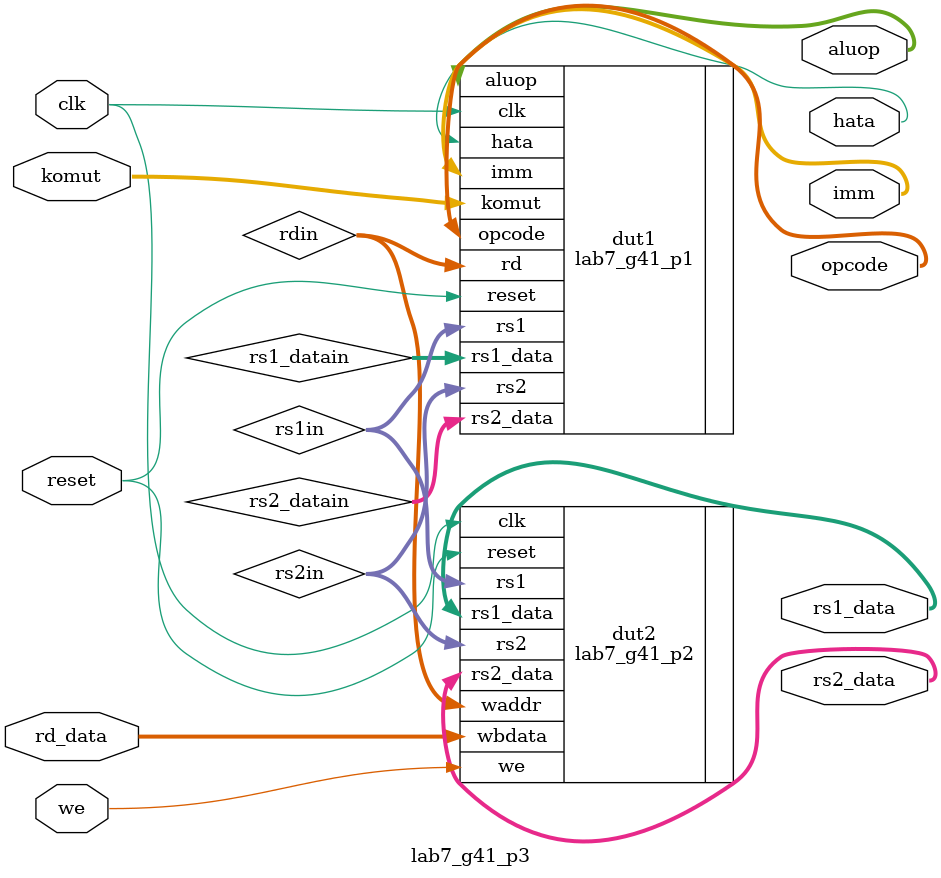
<source format=sv>
/* lab7_g41_p3.sv
* Hazırlayanlar: Berat Kızılarmut, Ömer Emre Polat
* Notlar: Modül birleştirme */
module lab7_g41_p3 (
    input logic clk, reset,
    input logic [31:0] komut,
    output logic [6:0] opcode,
    output logic [3:0] aluop,
    output logic [31:0] rs1_data,
    output logic [31:0] rs2_data,
    output logic [31:0] imm,
    output logic hata,
    input logic we,
    input logic [31:0] rd_data
);
logic [4:0] rdin, rs1in, rs2in;
logic [31:0] rs1_datain, rs2_datain;
lab7_g41_p1 dut1(.clk(clk), .reset(reset), .komut(komut), .opcode(opcode), .aluop(aluop), .rs1(rs1in), .rs2(rs2in), .rs1_data(rs1_datain), .rs2_data(rs2_datain), .rd(rdin), .imm(imm), .hata(hata));

lab7_g41_p2 dut2(.clk(clk), .reset(reset), .we(we), .waddr(rdin), .wbdata(rd_data), .rs1(rs1in), .rs2(rs2in), .rs1_data(rs1_data), .rs2_data(rs2_data));
endmodule

</source>
